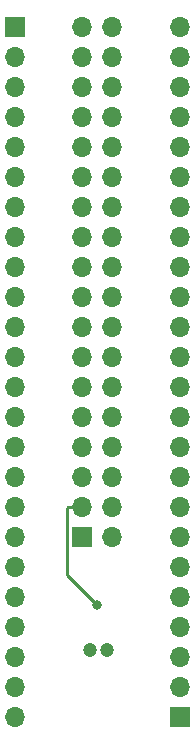
<source format=gbr>
G04 #@! TF.GenerationSoftware,KiCad,Pcbnew,(5.1.6)-1*
G04 #@! TF.CreationDate,2020-07-15T15:37:22+02:00*
G04 #@! TF.ProjectId,PCB_intermedia,5043425f-696e-4746-9572-6d656469612e,rev?*
G04 #@! TF.SameCoordinates,Original*
G04 #@! TF.FileFunction,Copper,L2,Bot*
G04 #@! TF.FilePolarity,Positive*
%FSLAX46Y46*%
G04 Gerber Fmt 4.6, Leading zero omitted, Abs format (unit mm)*
G04 Created by KiCad (PCBNEW (5.1.6)-1) date 2020-07-15 15:37:22*
%MOMM*%
%LPD*%
G01*
G04 APERTURE LIST*
G04 #@! TA.AperFunction,ComponentPad*
%ADD10C,1.200000*%
G04 #@! TD*
G04 #@! TA.AperFunction,ComponentPad*
%ADD11O,1.700000X1.700000*%
G04 #@! TD*
G04 #@! TA.AperFunction,ComponentPad*
%ADD12R,1.700000X1.700000*%
G04 #@! TD*
G04 #@! TA.AperFunction,ViaPad*
%ADD13C,0.800000*%
G04 #@! TD*
G04 #@! TA.AperFunction,Conductor*
%ADD14C,0.250000*%
G04 #@! TD*
G04 APERTURE END LIST*
D10*
X106045000Y-125730000D03*
X107545000Y-125730000D03*
D11*
X99695000Y-131445000D03*
X99695000Y-128905000D03*
X99695000Y-126365000D03*
X99695000Y-123825000D03*
X99695000Y-121285000D03*
X99695000Y-118745000D03*
X99695000Y-116205000D03*
X99695000Y-113665000D03*
X99695000Y-111125000D03*
X99695000Y-108585000D03*
X99695000Y-106045000D03*
X99695000Y-103505000D03*
X99695000Y-100965000D03*
X99695000Y-98425000D03*
X99695000Y-95885000D03*
X99695000Y-93345000D03*
X99695000Y-90805000D03*
X99695000Y-88265000D03*
X99695000Y-85725000D03*
X99695000Y-83185000D03*
X99695000Y-80645000D03*
X99695000Y-78105000D03*
X99695000Y-75565000D03*
D12*
X99695000Y-73025000D03*
X113665000Y-131445000D03*
D11*
X113665000Y-128905000D03*
X113665000Y-126365000D03*
X113665000Y-123825000D03*
X113665000Y-121285000D03*
X113665000Y-118745000D03*
X113665000Y-116205000D03*
X113665000Y-113665000D03*
X113665000Y-111125000D03*
X113665000Y-108585000D03*
X113665000Y-106045000D03*
X113665000Y-103505000D03*
X113665000Y-100965000D03*
X113665000Y-98425000D03*
X113665000Y-95885000D03*
X113665000Y-93345000D03*
X113665000Y-90805000D03*
X113665000Y-88265000D03*
X113665000Y-85725000D03*
X113665000Y-83185000D03*
X113665000Y-80645000D03*
X113665000Y-78105000D03*
X113665000Y-75565000D03*
X113665000Y-73025000D03*
D12*
X105410000Y-116205000D03*
D11*
X107950000Y-116205000D03*
X105410000Y-113665000D03*
X107950000Y-113665000D03*
X105410000Y-111125000D03*
X107950000Y-111125000D03*
X105410000Y-108585000D03*
X107950000Y-108585000D03*
X105410000Y-106045000D03*
X107950000Y-106045000D03*
X105410000Y-103505000D03*
X107950000Y-103505000D03*
X105410000Y-100965000D03*
X107950000Y-100965000D03*
X105410000Y-98425000D03*
X107950000Y-98425000D03*
X105410000Y-95885000D03*
X107950000Y-95885000D03*
X105410000Y-93345000D03*
X107950000Y-93345000D03*
X105410000Y-90805000D03*
X107950000Y-90805000D03*
X105410000Y-88265000D03*
X107950000Y-88265000D03*
X105410000Y-85725000D03*
X107950000Y-85725000D03*
X105410000Y-83185000D03*
X107950000Y-83185000D03*
X105410000Y-80645000D03*
X107950000Y-80645000D03*
X105410000Y-78105000D03*
X107950000Y-78105000D03*
X105410000Y-75565000D03*
X107950000Y-75565000D03*
X105410000Y-73025000D03*
X107950000Y-73025000D03*
D13*
X106680000Y-121920000D03*
D14*
X104207919Y-113665000D02*
X105410000Y-113665000D01*
X104140000Y-113732919D02*
X104207919Y-113665000D01*
X104140000Y-119380000D02*
X104140000Y-113732919D01*
X106680000Y-121920000D02*
X104140000Y-119380000D01*
M02*

</source>
